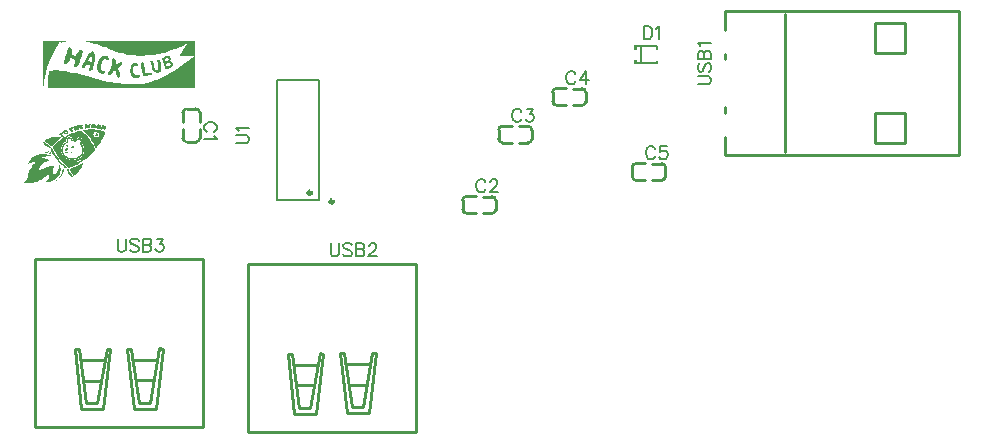
<source format=gto>
G04 Layer: TopSilkscreenLayer*
G04 EasyEDA v6.5.44, 2024-07-15 21:32:29*
G04 Gerber Generator version 0.2*
G04 Scale: 100 percent, Rotated: No, Reflected: No *
G04 Dimensions in millimeters *
G04 leading zeros omitted , absolute positions ,4 integer and 5 decimal *
%FSLAX45Y45*%
%MOMM*%

%ADD10C,0.1524*%
%ADD11C,0.2540*%
%ADD12C,0.1520*%
%ADD13C,0.3000*%

%LPD*%
G36*
X698449Y6992467D02*
G01*
X698550Y6596532D01*
X700074Y6612534D01*
X701903Y6628384D01*
X706221Y6657238D01*
X709422Y6674866D01*
X713130Y6692900D01*
X717194Y6710578D01*
X721207Y6726377D01*
X727252Y6747713D01*
X733348Y6766814D01*
X738632Y6781901D01*
X746302Y6802881D01*
X755446Y6824929D01*
X762965Y6842201D01*
X771906Y6861708D01*
X781304Y6881215D01*
X796290Y6910628D01*
X813816Y6942683D01*
X823315Y6958787D01*
X830986Y6971030D01*
X835253Y6976770D01*
X838504Y6978853D01*
X843026Y6979310D01*
X845616Y6978040D01*
X846480Y6976059D01*
X846023Y6972960D01*
X846683Y6972960D01*
X853541Y6975856D01*
X865327Y6979869D01*
X879144Y6983679D01*
X890524Y6986168D01*
X903173Y6988352D01*
X920191Y6990588D01*
X934821Y6991756D01*
X949452Y6992315D01*
G37*
G36*
X1981352Y6992467D02*
G01*
X973836Y6992315D01*
X986840Y6991756D01*
X999032Y6990943D01*
X1018133Y6989114D01*
X1032764Y6987235D01*
X1047394Y6985050D01*
X1064514Y6982104D01*
X1084427Y6978091D01*
X1107998Y6972655D01*
X1135075Y6965391D01*
X1156716Y6958939D01*
X1186129Y6949440D01*
X1208786Y6941413D01*
X1227785Y6934301D01*
X1255115Y6923379D01*
X1284020Y6911086D01*
X1301089Y6904126D01*
X1324254Y6895795D01*
X1345387Y6889191D01*
X1369161Y6882688D01*
X1392123Y6877405D01*
X1409598Y6874052D01*
X1427073Y6871106D01*
X1440484Y6869277D01*
X1472590Y6865975D01*
X1499463Y6864350D01*
X1545386Y6864299D01*
X1578305Y6866331D01*
X1594967Y6867804D01*
X1611223Y6869582D01*
X1642110Y6874052D01*
X1657146Y6876643D01*
X1678279Y6880809D01*
X1700631Y6885838D01*
X1719783Y6890664D01*
X1743354Y6897166D01*
X1765706Y6904075D01*
X1782775Y6909765D01*
X1801875Y6916623D01*
X1820570Y6923735D01*
X1836826Y6930390D01*
X1858772Y6940042D01*
X1878685Y6949287D01*
X1900834Y6960717D01*
X1907946Y6964578D01*
X1909927Y6963918D01*
X1911553Y6961936D01*
X1858568Y6868617D01*
X1858568Y6866737D01*
X1860397Y6865569D01*
X1976323Y6865569D01*
X1977694Y6864197D01*
X1977694Y6862724D01*
X1970125Y6856171D01*
X1940102Y6831888D01*
X1925828Y6820865D01*
X1897786Y6799884D01*
X1867712Y6778294D01*
X1840484Y6759803D01*
X1827479Y6751320D01*
X1789277Y6727393D01*
X1768551Y6715252D01*
X1732788Y6695592D01*
X1713687Y6685838D01*
X1695246Y6676948D01*
X1675028Y6667804D01*
X1656334Y6659930D01*
X1643329Y6654749D01*
X1628698Y6649364D01*
X1602689Y6640830D01*
X1587246Y6636410D01*
X1568500Y6631736D01*
X1548028Y6627622D01*
X1531569Y6625132D01*
X1517345Y6623608D01*
X1505966Y6622694D01*
X1453489Y6622694D01*
X1416710Y6624320D01*
X1392529Y6625793D01*
X1369771Y6627672D01*
X1341323Y6630568D01*
X1315770Y6633870D01*
X1300276Y6636105D01*
X1275892Y6640118D01*
X1248206Y6645249D01*
X1208786Y6653682D01*
X1156766Y6666534D01*
X1066952Y6690817D01*
X1033170Y6699656D01*
X976172Y6713677D01*
X940511Y6721754D01*
X915720Y6726885D01*
X889304Y6731660D01*
X863295Y6735368D01*
X847852Y6736994D01*
X824636Y6738823D01*
X789279Y6738874D01*
X775868Y6737908D01*
X758393Y6736130D01*
X750366Y6735064D01*
X749757Y6734454D01*
X746810Y6720484D01*
X744372Y6707428D01*
X741172Y6687007D01*
X738276Y6663842D01*
X736701Y6646570D01*
X735431Y6628942D01*
X734669Y6610908D01*
X734618Y6586423D01*
X1981352Y6586423D01*
G37*
G36*
X921867Y6935063D02*
G01*
X917752Y6935012D01*
X914552Y6934352D01*
X910336Y6932168D01*
X906119Y6928103D01*
X903274Y6922668D01*
X898906Y6902145D01*
X895248Y6887057D01*
X889965Y6867956D01*
X884986Y6852158D01*
X880059Y6837781D01*
X876553Y6829704D01*
X873658Y6821271D01*
X871982Y6814261D01*
X871474Y6806488D01*
X872490Y6801408D01*
X873912Y6798411D01*
X876706Y6795566D01*
X880770Y6793839D01*
X886307Y6793839D01*
X891336Y6795008D01*
X897331Y6797700D01*
X902208Y6800951D01*
X907796Y6806082D01*
X911352Y6810959D01*
X920292Y6826402D01*
X928217Y6840626D01*
X929944Y6840321D01*
X969873Y6826402D01*
X967943Y6816445D01*
X964285Y6799935D01*
X960983Y6787794D01*
X960526Y6778955D01*
X961796Y6774738D01*
X963879Y6771436D01*
X966520Y6769658D01*
X970432Y6768490D01*
X973582Y6768490D01*
X977900Y6769303D01*
X982167Y6771030D01*
X986434Y6773570D01*
X991260Y6777837D01*
X994867Y6782257D01*
X997966Y6787845D01*
X1010208Y6822338D01*
X1017219Y6842963D01*
X1023975Y6864299D01*
X1028598Y6880809D01*
X1031748Y6894068D01*
X1032967Y6898081D01*
X1032967Y6902196D01*
X1031798Y6906412D01*
X1029766Y6909968D01*
X1025702Y6913778D01*
X1020267Y6916064D01*
X1014425Y6916420D01*
X1009700Y6915150D01*
X1006348Y6913270D01*
X1002995Y6910831D01*
X998931Y6905853D01*
X987145Y6884873D01*
X975360Y6861505D01*
X953719Y6868972D01*
X940714Y6874002D01*
X940714Y6878116D01*
X943102Y6887565D01*
X943864Y6892950D01*
X943152Y6901434D01*
X941882Y6909155D01*
X939850Y6916369D01*
X937869Y6921144D01*
X934567Y6926884D01*
X930046Y6931406D01*
X926490Y6933641D01*
G37*
G36*
X1115009Y6899757D02*
G01*
X1112062Y6899706D01*
X1106779Y6898436D01*
X1100734Y6895541D01*
X1093622Y6889445D01*
X1088694Y6882892D01*
X1062990Y6839102D01*
X1051397Y6819900D01*
X1075182Y6819900D01*
X1106322Y6860997D01*
X1107186Y6861505D01*
X1108811Y6861352D01*
X1110843Y6857644D01*
X1110792Y6838899D01*
X1109319Y6826910D01*
X1107541Y6815226D01*
X1107186Y6814870D01*
X1075486Y6819696D01*
X1075182Y6819900D01*
X1051397Y6819900D01*
X1027277Y6780428D01*
X1024026Y6774535D01*
X1022705Y6769760D01*
X1023112Y6764934D01*
X1025194Y6760768D01*
X1029004Y6758584D01*
X1032662Y6758076D01*
X1037793Y6759346D01*
X1043787Y6762902D01*
X1050747Y6769455D01*
X1055370Y6775094D01*
X1059688Y6781546D01*
X1062380Y6786118D01*
X1064107Y6786118D01*
X1094740Y6782968D01*
X1095146Y6782612D01*
X1089914Y6768134D01*
X1084122Y6751015D01*
X1084021Y6744004D01*
X1086307Y6739737D01*
X1089456Y6737705D01*
X1093165Y6736740D01*
X1098804Y6737146D01*
X1105560Y6740093D01*
X1110183Y6743446D01*
X1115110Y6748830D01*
X1117904Y6753961D01*
X1122324Y6767931D01*
X1126032Y6782663D01*
X1129284Y6797751D01*
X1132128Y6815023D01*
X1134770Y6839254D01*
X1134821Y6863181D01*
X1133754Y6872376D01*
X1132179Y6881114D01*
X1130909Y6885584D01*
X1127607Y6890766D01*
X1123848Y6895541D01*
X1121054Y6898335D01*
X1117955Y6899757D01*
G37*
G36*
X1220571Y6864451D02*
G01*
X1210411Y6863384D01*
X1205534Y6862114D01*
X1197406Y6858711D01*
X1190904Y6854291D01*
X1183589Y6847382D01*
X1179017Y6841845D01*
X1173480Y6833768D01*
X1167942Y6823456D01*
X1163167Y6812432D01*
X1159865Y6803186D01*
X1157020Y6793331D01*
X1155395Y6783019D01*
X1154430Y6771995D01*
X1154887Y6757263D01*
X1156208Y6748830D01*
X1158240Y6740753D01*
X1161135Y6733743D01*
X1163574Y6729323D01*
X1167587Y6724091D01*
X1173022Y6719316D01*
X1177899Y6716369D01*
X1182928Y6714083D01*
X1189228Y6712153D01*
X1197000Y6710781D01*
X1203502Y6710324D01*
X1211376Y6713220D01*
X1216050Y6715709D01*
X1221028Y6720128D01*
X1222857Y6723684D01*
X1223619Y6727291D01*
X1222756Y6731508D01*
X1220825Y6734911D01*
X1218438Y6736740D01*
X1205941Y6737197D01*
X1201166Y6738366D01*
X1195527Y6741007D01*
X1191260Y6745325D01*
X1188567Y6750253D01*
X1186535Y6757263D01*
X1186129Y6771843D01*
X1187551Y6782257D01*
X1189939Y6790740D01*
X1195273Y6805320D01*
X1199286Y6814261D01*
X1204569Y6823456D01*
X1209192Y6829247D01*
X1214120Y6833412D01*
X1218539Y6835546D01*
X1224838Y6835851D01*
X1228902Y6834682D01*
X1235354Y6828586D01*
X1240383Y6825894D01*
X1244447Y6825386D01*
X1248206Y6826351D01*
X1252778Y6830466D01*
X1254302Y6834479D01*
X1254252Y6842201D01*
X1252474Y6848094D01*
X1249172Y6853631D01*
X1245412Y6857593D01*
X1240485Y6860895D01*
X1235354Y6862978D01*
X1230731Y6864096D01*
G37*
G36*
X1752295Y6862216D02*
G01*
X1745792Y6861149D01*
X1735632Y6858203D01*
X1721815Y6852107D01*
X1713280Y6847433D01*
X1708657Y6844284D01*
X1706168Y6840829D01*
X1705660Y6838289D01*
X1705985Y6835546D01*
X1725218Y6835546D01*
X1725574Y6836359D01*
X1741728Y6841337D01*
X1747012Y6842353D01*
X1752803Y6842150D01*
X1755952Y6840677D01*
X1758543Y6837222D01*
X1759457Y6833209D01*
X1758137Y6828637D01*
X1755749Y6825234D01*
X1750669Y6820814D01*
X1743049Y6816242D01*
X1736191Y6813245D01*
X1735429Y6813905D01*
X1725218Y6835546D01*
X1705985Y6835546D01*
X1706168Y6833971D01*
X1719219Y6795160D01*
X1739595Y6795160D01*
X1740865Y6796481D01*
X1752295Y6801561D01*
X1760016Y6803390D01*
X1766671Y6803440D01*
X1771091Y6801916D01*
X1774698Y6799072D01*
X1777492Y6794093D01*
X1777746Y6787946D01*
X1775206Y6783222D01*
X1769262Y6778244D01*
X1761286Y6774230D01*
X1746656Y6768846D01*
X1746453Y6769049D01*
X1739595Y6795160D01*
X1719219Y6795160D01*
X1727250Y6770522D01*
X1732178Y6753504D01*
X1735429Y6752285D01*
X1743760Y6752285D01*
X1751075Y6753453D01*
X1762048Y6757162D01*
X1772818Y6761937D01*
X1781352Y6767068D01*
X1787499Y6772300D01*
X1791004Y6776364D01*
X1793493Y6780428D01*
X1795322Y6785965D01*
X1795322Y6792569D01*
X1793189Y6800392D01*
X1790039Y6806996D01*
X1786229Y6812178D01*
X1781098Y6816496D01*
X1775460Y6819138D01*
X1770735Y6820103D01*
X1774799Y6829348D01*
X1777034Y6835952D01*
X1776984Y6844436D01*
X1775256Y6850278D01*
X1772208Y6855815D01*
X1766925Y6860641D01*
X1761642Y6862013D01*
G37*
G36*
X1291742Y6842455D02*
G01*
X1287475Y6840474D01*
X1284986Y6837781D01*
X1283055Y6834124D01*
X1280972Y6826402D01*
X1279753Y6816852D01*
X1278890Y6800646D01*
X1278077Y6791096D01*
X1276858Y6782663D01*
X1275181Y6774942D01*
X1272743Y6766102D01*
X1269441Y6756908D01*
X1264666Y6745833D01*
X1257503Y6732625D01*
X1247190Y6715201D01*
X1245057Y6710172D01*
X1244955Y6703568D01*
X1246784Y6700520D01*
X1249222Y6698691D01*
X1252220Y6697776D01*
X1257960Y6698132D01*
X1264361Y6700824D01*
X1269695Y6704228D01*
X1275283Y6709054D01*
X1281277Y6715709D01*
X1285900Y6722160D01*
X1289862Y6729882D01*
X1295095Y6742531D01*
X1296111Y6745681D01*
X1306677Y6746798D01*
X1306880Y6746595D01*
X1311402Y6727850D01*
X1315110Y6711035D01*
X1318768Y6691426D01*
X1321612Y6686194D01*
X1326337Y6682231D01*
X1330909Y6680250D01*
X1335176Y6679387D01*
X1339697Y6679793D01*
X1343456Y6681317D01*
X1346657Y6684162D01*
X1349248Y6688226D01*
X1350975Y6694017D01*
X1351026Y6702450D01*
X1349603Y6709460D01*
X1346352Y6721500D01*
X1341831Y6734098D01*
X1336751Y6746240D01*
X1332941Y6753047D01*
X1329080Y6756704D01*
X1334719Y6761683D01*
X1347724Y6774535D01*
X1355242Y6782663D01*
X1362202Y6791299D01*
X1365808Y6797802D01*
X1366824Y6803186D01*
X1366367Y6807047D01*
X1364996Y6809638D01*
X1362354Y6811162D01*
X1358747Y6811162D01*
X1354328Y6809943D01*
X1349451Y6807708D01*
X1343355Y6803999D01*
X1337665Y6799986D01*
X1325880Y6790740D01*
X1312570Y6778955D01*
X1307490Y6773214D01*
X1309319Y6781546D01*
X1311402Y6793687D01*
X1312722Y6803593D01*
X1313129Y6822338D01*
X1311859Y6827875D01*
X1308150Y6834682D01*
X1302664Y6839712D01*
X1297228Y6842150D01*
G37*
G36*
X1669338Y6833616D02*
G01*
X1666900Y6832396D01*
X1664766Y6830568D01*
X1662582Y6826148D01*
X1661668Y6821424D01*
X1662633Y6815328D01*
X1667510Y6799224D01*
X1670354Y6782663D01*
X1671574Y6773824D01*
X1672539Y6762800D01*
X1672082Y6751726D01*
X1670354Y6745986D01*
X1668525Y6742938D01*
X1664665Y6740601D01*
X1660042Y6739737D01*
X1655521Y6740601D01*
X1652371Y6742074D01*
X1648409Y6745427D01*
X1646021Y6749897D01*
X1642364Y6759702D01*
X1638655Y6771589D01*
X1632153Y6796633D01*
X1628952Y6808012D01*
X1626870Y6813803D01*
X1624787Y6817715D01*
X1621180Y6821373D01*
X1617675Y6822897D01*
X1613509Y6822897D01*
X1611426Y6822186D01*
X1607870Y6819239D01*
X1605940Y6815378D01*
X1606042Y6807301D01*
X1608632Y6795871D01*
X1615541Y6773468D01*
X1622806Y6751370D01*
X1625193Y6745731D01*
X1628190Y6740347D01*
X1631492Y6735927D01*
X1638452Y6729425D01*
X1644040Y6726123D01*
X1649018Y6724091D01*
X1654302Y6722567D01*
X1661617Y6721348D01*
X1673809Y6721703D01*
X1679092Y6723227D01*
X1683257Y6725412D01*
X1687779Y6729171D01*
X1691182Y6733997D01*
X1692808Y6737400D01*
X1695196Y6743649D01*
X1697685Y6752488D01*
X1698142Y6763003D01*
X1697177Y6773468D01*
X1694738Y6788912D01*
X1691132Y6805066D01*
X1687575Y6817918D01*
X1683715Y6824878D01*
X1680972Y6828281D01*
X1677009Y6831685D01*
X1673504Y6833260D01*
G37*
G36*
X1538427Y6811518D02*
G01*
X1537258Y6811467D01*
X1534007Y6810146D01*
X1531416Y6807657D01*
X1528978Y6803440D01*
X1527556Y6797751D01*
X1528114Y6786676D01*
X1529740Y6773824D01*
X1536242Y6732270D01*
X1539087Y6707631D01*
X1540764Y6697319D01*
X1541576Y6694271D01*
X1543354Y6692798D01*
X1547774Y6691630D01*
X1557985Y6691630D01*
X1568145Y6692696D01*
X1577086Y6694220D01*
X1591614Y6697218D01*
X1605940Y6700774D01*
X1614424Y6703415D01*
X1617726Y6705142D01*
X1620316Y6707631D01*
X1622094Y6710781D01*
X1622450Y6713880D01*
X1620824Y6716217D01*
X1617624Y6718046D01*
X1612849Y6719366D01*
X1605534Y6719316D01*
X1595374Y6716623D01*
X1585214Y6714744D01*
X1569364Y6712966D01*
X1564132Y6713677D01*
X1562100Y6715048D01*
X1561134Y6718401D01*
X1560220Y6726732D01*
X1559001Y6746595D01*
X1558137Y6757263D01*
X1556918Y6768287D01*
X1554937Y6779971D01*
X1552549Y6788505D01*
X1550822Y6796176D01*
X1548384Y6802881D01*
X1545894Y6806895D01*
X1543151Y6809943D01*
X1539646Y6811518D01*
G37*
G36*
X1477518Y6804914D02*
G01*
X1472590Y6804812D01*
X1469034Y6804152D01*
X1464868Y6802932D01*
X1459992Y6800748D01*
X1453337Y6796786D01*
X1448765Y6792214D01*
X1445006Y6787032D01*
X1441399Y6780072D01*
X1438706Y6772656D01*
X1436725Y6763867D01*
X1435252Y6754317D01*
X1435252Y6732270D01*
X1436268Y6724192D01*
X1437843Y6715709D01*
X1439570Y6709460D01*
X1442415Y6701739D01*
X1446326Y6694373D01*
X1450390Y6688836D01*
X1455877Y6683502D01*
X1460398Y6680352D01*
X1464157Y6678422D01*
X1468526Y6676796D01*
X1474216Y6675424D01*
X1484782Y6674967D01*
X1493977Y6676186D01*
X1501394Y6678371D01*
X1507185Y6681114D01*
X1512519Y6685940D01*
X1514805Y6690309D01*
X1515668Y6694931D01*
X1514703Y6700012D01*
X1513281Y6702704D01*
X1510030Y6704126D01*
X1507083Y6704584D01*
X1502308Y6703669D01*
X1491335Y6700418D01*
X1484325Y6699961D01*
X1478991Y6701586D01*
X1475435Y6703720D01*
X1470863Y6707987D01*
X1467104Y6713118D01*
X1463090Y6720484D01*
X1460246Y6728206D01*
X1458214Y6737400D01*
X1457248Y6748932D01*
X1458214Y6758431D01*
X1460144Y6765747D01*
X1462379Y6770522D01*
X1465529Y6774992D01*
X1469593Y6778447D01*
X1474927Y6780733D01*
X1478330Y6781088D01*
X1482953Y6780225D01*
X1488338Y6776872D01*
X1493723Y6774586D01*
X1498244Y6774332D01*
X1501038Y6775703D01*
X1502562Y6778345D01*
X1502968Y6782257D01*
X1501698Y6787591D01*
X1499108Y6792569D01*
X1490065Y6800748D01*
X1482344Y6804101D01*
G37*
G36*
X1128471Y6286754D02*
G01*
X1118514Y6286652D01*
X1116685Y6286347D01*
X1112367Y6284976D01*
X1109624Y6283401D01*
X1106728Y6281064D01*
X1104544Y6278067D01*
X1102614Y6273749D01*
X1102563Y6263233D01*
X1103365Y6261252D01*
X1117447Y6261252D01*
X1117447Y6266535D01*
X1119073Y6269278D01*
X1121765Y6270599D01*
X1124508Y6270650D01*
X1127302Y6269329D01*
X1128979Y6266891D01*
X1128928Y6261811D01*
X1127302Y6258966D01*
X1125067Y6256832D01*
X1122629Y6256121D01*
X1120546Y6256782D01*
X1119022Y6258153D01*
X1117447Y6261252D01*
X1103365Y6261252D01*
X1104341Y6258966D01*
X1106170Y6255969D01*
X1108862Y6252819D01*
X1112367Y6250381D01*
X1115009Y6248958D01*
X1120343Y6247638D01*
X1126744Y6247638D01*
X1130808Y6248704D01*
X1134821Y6250533D01*
X1138682Y6253632D01*
X1141476Y6257086D01*
X1143254Y6260592D01*
X1144778Y6264910D01*
X1144778Y6272580D01*
X1143152Y6277051D01*
X1140815Y6280404D01*
X1137005Y6283502D01*
X1132890Y6285382D01*
G37*
G36*
X1083360Y6286398D02*
G01*
X1081582Y6285484D01*
X1079093Y6280962D01*
X1075486Y6275374D01*
X1074420Y6274257D01*
X1072896Y6274917D01*
X1066444Y6283299D01*
X1064564Y6285179D01*
X1048156Y6283756D01*
X1047750Y6282232D01*
X1048816Y6278930D01*
X1051255Y6267196D01*
X1054303Y6249517D01*
X1055065Y6247536D01*
X1061669Y6247942D01*
X1064463Y6248552D01*
X1065072Y6249416D01*
X1064056Y6257188D01*
X1064412Y6258052D01*
X1065987Y6257696D01*
X1075334Y6248908D01*
X1076198Y6248908D01*
X1081989Y6255664D01*
X1084732Y6259169D01*
X1086256Y6258966D01*
X1086662Y6250432D01*
X1087221Y6249568D01*
X1096162Y6249568D01*
X1096975Y6250482D01*
X1097330Y6260287D01*
X1099108Y6282283D01*
X1098143Y6283655D01*
X1090269Y6285433D01*
G37*
G36*
X1166114Y6282436D02*
G01*
X1162659Y6282385D01*
X1157986Y6281216D01*
X1155446Y6279997D01*
X1151991Y6277813D01*
X1149096Y6274308D01*
X1147724Y6271463D01*
X1146098Y6266891D01*
X1146454Y6258610D01*
X1146831Y6257645D01*
X1160627Y6257645D01*
X1161034Y6261049D01*
X1162507Y6264148D01*
X1164437Y6265519D01*
X1165910Y6265976D01*
X1167028Y6266027D01*
X1170279Y6265316D01*
X1172210Y6263640D01*
X1173022Y6260490D01*
X1172311Y6256832D01*
X1171194Y6254851D01*
X1169060Y6252667D01*
X1166164Y6251498D01*
X1164285Y6251905D01*
X1162100Y6253683D01*
X1160627Y6257645D01*
X1146831Y6257645D01*
X1148080Y6254394D01*
X1149553Y6251702D01*
X1152093Y6248755D01*
X1155090Y6246215D01*
X1160881Y6243726D01*
X1165148Y6243015D01*
X1170432Y6243015D01*
X1174242Y6243726D01*
X1179322Y6246114D01*
X1185164Y6251397D01*
X1187754Y6255969D01*
X1189431Y6261252D01*
X1189431Y6267805D01*
X1187653Y6272123D01*
X1184859Y6275882D01*
X1181557Y6278473D01*
X1175613Y6281115D01*
X1169568Y6282436D01*
G37*
G36*
X1031341Y6281470D02*
G01*
X1028344Y6281420D01*
X1013155Y6278778D01*
X999591Y6276086D01*
X998728Y6275628D01*
X1002792Y6264198D01*
X1009802Y6241948D01*
X1011072Y6240576D01*
X1024737Y6243269D01*
X1032764Y6244640D01*
X1034287Y6244640D01*
X1035354Y6246114D01*
X1036167Y6250584D01*
X1035659Y6252260D01*
X1024940Y6250178D01*
X1024178Y6251905D01*
X1024178Y6253734D01*
X1025093Y6254851D01*
X1032560Y6255461D01*
X1033068Y6255867D01*
X1033475Y6261252D01*
X1032865Y6262827D01*
X1030884Y6262319D01*
X1023721Y6261201D01*
X1022400Y6262420D01*
X1022400Y6265316D01*
X1024737Y6265976D01*
X1031900Y6266738D01*
X1032865Y6267094D01*
X1032865Y6271768D01*
X1032154Y6280607D01*
G37*
G36*
X1195120Y6275984D02*
G01*
X1194460Y6274409D01*
X1193596Y6268313D01*
X1188974Y6243828D01*
X1188262Y6241288D01*
X1188872Y6239865D01*
X1196746Y6238036D01*
X1197965Y6238443D01*
X1201674Y6249568D01*
X1202588Y6249568D01*
X1209141Y6243167D01*
X1214170Y6237528D01*
X1217930Y6232804D01*
X1219708Y6232804D01*
X1219758Y6233972D01*
X1227632Y6253022D01*
X1230274Y6258610D01*
X1229918Y6266434D01*
X1228598Y6268059D01*
X1224330Y6269329D01*
X1222806Y6269126D01*
X1221943Y6266840D01*
X1220978Y6262878D01*
X1219250Y6262878D01*
X1211529Y6272123D01*
X1209040Y6273241D01*
X1198524Y6275578D01*
G37*
G36*
X996594Y6274917D02*
G01*
X993241Y6274866D01*
X976680Y6270548D01*
X975969Y6269075D01*
X983284Y6249822D01*
X983284Y6248908D01*
X980948Y6247638D01*
X977341Y6246926D01*
X976376Y6247790D01*
X970787Y6267500D01*
X970178Y6268313D01*
X968552Y6268313D01*
X955954Y6264656D01*
X950315Y6262674D01*
X950315Y6261303D01*
X955751Y6250584D01*
X965708Y6229197D01*
X967435Y6229197D01*
X980389Y6233210D01*
X980389Y6234785D01*
X978103Y6242354D01*
X978865Y6243066D01*
X981557Y6240373D01*
X982471Y6240373D01*
X984656Y6241999D01*
X985723Y6241999D01*
X986485Y6241186D01*
X987348Y6238240D01*
X988771Y6235700D01*
X991412Y6236055D01*
X1002182Y6238697D01*
X1003553Y6239916D01*
X997051Y6271768D01*
X997051Y6273850D01*
G37*
G36*
X947267Y6261760D02*
G01*
X946505Y6261658D01*
X939901Y6259118D01*
X939444Y6259118D01*
X921156Y6252108D01*
X914653Y6249263D01*
X913130Y6248095D01*
X912672Y6246723D01*
X919378Y6235446D01*
X921105Y6235446D01*
X922274Y6236360D01*
X925880Y6238087D01*
X927049Y6238087D01*
X928166Y6236919D01*
X938326Y6219494D01*
X940053Y6219291D01*
X948690Y6222644D01*
X951230Y6223863D01*
X951484Y6224930D01*
X944575Y6243980D01*
X945184Y6245555D01*
X952500Y6247587D01*
X952500Y6249619D01*
X949045Y6259677D01*
X948842Y6260744D01*
G37*
G36*
X1115618Y6240068D02*
G01*
X1087729Y6239967D01*
X1071829Y6239103D01*
X1067460Y6238443D01*
X1059484Y6237732D01*
X1047343Y6235801D01*
X1035507Y6233464D01*
X1034237Y6232601D01*
X1034745Y6230670D01*
X1057402Y6210300D01*
X1067409Y6200444D01*
X1075602Y6191554D01*
X1119327Y6191554D01*
X1119581Y6196736D01*
X1121003Y6197650D01*
X1127709Y6197650D01*
X1128826Y6198666D01*
X1128115Y6213297D01*
X1129284Y6214821D01*
X1151839Y6214516D01*
X1158748Y6212789D01*
X1162659Y6210706D01*
X1164386Y6209334D01*
X1167485Y6205677D01*
X1169060Y6202629D01*
X1170178Y6199124D01*
X1170889Y6195822D01*
X1170533Y6189929D01*
X1168958Y6185509D01*
X1166012Y6180734D01*
X1161948Y6176924D01*
X1158951Y6175298D01*
X1155090Y6174028D01*
X1150772Y6173317D01*
X1129538Y6173317D01*
X1128115Y6174638D01*
X1128826Y6189065D01*
X1127404Y6189776D01*
X1120902Y6189776D01*
X1119327Y6191554D01*
X1075602Y6191554D01*
X1081836Y6184646D01*
X1090523Y6174181D01*
X1098702Y6163614D01*
X1105560Y6154064D01*
X1116820Y6136233D01*
X1151940Y6136233D01*
X1153972Y6139942D01*
X1156462Y6143244D01*
X1167231Y6155385D01*
X1176680Y6167983D01*
X1178509Y6170828D01*
X1180033Y6171946D01*
X1180795Y6171336D01*
X1179525Y6169304D01*
X1179525Y6168644D01*
X1174546Y6159652D01*
X1167587Y6148476D01*
X1163421Y6142736D01*
X1159052Y6138265D01*
X1155801Y6135928D01*
X1153464Y6134862D01*
X1152398Y6134862D01*
X1151940Y6136233D01*
X1116820Y6136233D01*
X1124559Y6122009D01*
X1129538Y6112154D01*
X1135684Y6098540D01*
X1139952Y6087668D01*
X1142593Y6080302D01*
X1144930Y6080302D01*
X1150112Y6085230D01*
X1153464Y6089802D01*
X1153464Y6090361D01*
X1173734Y6118402D01*
X1179931Y6127597D01*
X1184300Y6134709D01*
X1186688Y6137960D01*
X1201216Y6163818D01*
X1201216Y6164173D01*
X1204112Y6169761D01*
X1204112Y6170117D01*
X1207008Y6175857D01*
X1207008Y6176365D01*
X1211376Y6184849D01*
X1213764Y6190589D01*
X1216812Y6198819D01*
X1217980Y6206337D01*
X1218336Y6215583D01*
X1216761Y6219190D01*
X1214272Y6221933D01*
X1208684Y6224828D01*
X1201775Y6227470D01*
X1193088Y6229858D01*
X1181150Y6232448D01*
X1157071Y6236766D01*
X1154734Y6236766D01*
X1148537Y6237732D01*
X1130452Y6239357D01*
G37*
G36*
X886409Y6236055D02*
G01*
X882091Y6235242D01*
X878078Y6233414D01*
X875182Y6231585D01*
X872591Y6229350D01*
X870000Y6226403D01*
X868222Y6222796D01*
X867308Y6217767D01*
X868118Y6213500D01*
X885139Y6213500D01*
X885139Y6217056D01*
X887526Y6219342D01*
X890422Y6220256D01*
X892556Y6219901D01*
X895146Y6218174D01*
X896823Y6216040D01*
X897839Y6212586D01*
X897839Y6210147D01*
X896670Y6207556D01*
X894943Y6206540D01*
X892200Y6206540D01*
X888949Y6208420D01*
X887018Y6210300D01*
X885139Y6213500D01*
X868118Y6213500D01*
X869746Y6209639D01*
X874623Y6203289D01*
X879195Y6200038D01*
X883869Y6198057D01*
X886764Y6197193D01*
X894740Y6197244D01*
X899820Y6199022D01*
X904189Y6201867D01*
X906830Y6204356D01*
X909777Y6209690D01*
X910590Y6214922D01*
X910082Y6220460D01*
X908202Y6225438D01*
X905256Y6229959D01*
X901039Y6233769D01*
X896213Y6235954D01*
G37*
G36*
X1018895Y6229858D02*
G01*
X1018489Y6229502D01*
X1006602Y6227064D01*
X990498Y6222949D01*
X977646Y6219342D01*
X964641Y6215380D01*
X955954Y6212484D01*
X940358Y6206744D01*
X926592Y6201308D01*
X901649Y6190030D01*
X897534Y6187948D01*
X896569Y6187236D01*
X880262Y6178651D01*
X869492Y6172250D01*
X858926Y6165596D01*
X841095Y6153404D01*
X830681Y6145580D01*
X827430Y6142786D01*
X824128Y6140348D01*
X810412Y6128461D01*
X784656Y6103467D01*
X780237Y6097879D01*
X778154Y6094577D01*
X778154Y6088684D01*
X780491Y6082893D01*
X788630Y6067907D01*
X847902Y6067907D01*
X849325Y6083096D01*
X850290Y6086703D01*
X851204Y6091631D01*
X854710Y6099860D01*
X855167Y6102045D01*
X856894Y6104331D01*
X858316Y6107734D01*
X859637Y6110020D01*
X861974Y6112916D01*
X861974Y6113830D01*
X863396Y6117640D01*
X866343Y6122060D01*
X867054Y6123736D01*
X869391Y6126378D01*
X874776Y6131255D01*
X877011Y6132322D01*
X880719Y6134862D01*
X884275Y6135928D01*
X891692Y6140348D01*
X893978Y6141974D01*
X894080Y6161328D01*
X894892Y6166256D01*
X895959Y6170320D01*
X898550Y6173419D01*
X898550Y6174536D01*
X903833Y6179058D01*
X907694Y6181598D01*
X914298Y6182461D01*
X921156Y6182156D01*
X924255Y6181801D01*
X926592Y6180226D01*
X929894Y6178651D01*
X937463Y6171844D01*
X941984Y6166561D01*
X945032Y6162649D01*
X949401Y6156198D01*
X951026Y6154318D01*
X955598Y6153861D01*
X967994Y6151575D01*
X971854Y6154724D01*
X977646Y6160770D01*
X984351Y6167120D01*
X984351Y6167628D01*
X988364Y6170117D01*
X988364Y6170574D01*
X995171Y6175197D01*
X1002284Y6177280D01*
X1010259Y6177280D01*
X1014730Y6175959D01*
X1018235Y6174333D01*
X1021892Y6170828D01*
X1025906Y6165240D01*
X1027023Y6163310D01*
X1028446Y6157722D01*
X1028903Y6153861D01*
X1029969Y6151981D01*
X1029969Y6132525D01*
X1028953Y6131052D01*
X1027125Y6122212D01*
X1027734Y6119723D01*
X1030274Y6117183D01*
X1030782Y6115608D01*
X1033170Y6112560D01*
X1034237Y6110681D01*
X1034796Y6108395D01*
X1037183Y6105702D01*
X1039368Y6098540D01*
X1040841Y6095898D01*
X1040841Y6094730D01*
X1041501Y6093561D01*
X1042720Y6087008D01*
X1044600Y6082080D01*
X1044600Y6053480D01*
X1042263Y6047232D01*
X1041653Y6042609D01*
X1040942Y6041339D01*
X1040434Y6038545D01*
X1039723Y6038138D01*
X1038047Y6035090D01*
X1037183Y6031839D01*
X1035151Y6029147D01*
X1032865Y6024270D01*
X1030986Y6022594D01*
X1029665Y6019800D01*
X1026515Y6016650D01*
X1023264Y6012484D01*
X1013460Y6003544D01*
X1005179Y5997448D01*
X1001928Y5995670D01*
X999388Y5993942D01*
X995426Y5991809D01*
X992581Y5989980D01*
X989177Y5989269D01*
X985266Y5987186D01*
X980389Y5985611D01*
X979169Y5985611D01*
X975207Y5983884D01*
X964285Y5981903D01*
X951230Y5980582D01*
X936396Y5980938D01*
X918260Y5983732D01*
X913892Y5985611D01*
X912774Y5985611D01*
X907084Y5987288D01*
X905967Y5988151D01*
X902919Y5989574D01*
X901953Y5989574D01*
X898398Y5991656D01*
X893673Y5993892D01*
X891133Y5995670D01*
X887882Y5997448D01*
X878078Y6004610D01*
X869391Y6012840D01*
X866851Y6015939D01*
X863752Y6019190D01*
X861263Y6023914D01*
X859942Y6025235D01*
X858012Y6028740D01*
X858012Y6029401D01*
X855167Y6033770D01*
X854710Y6036056D01*
X851103Y6043218D01*
X851103Y6045403D01*
X849325Y6053175D01*
X848563Y6058763D01*
X847902Y6067907D01*
X788630Y6067907D01*
X794359Y6056630D01*
X802233Y6041999D01*
X814933Y6021273D01*
X821639Y6011418D01*
X828446Y6001867D01*
X839317Y5988100D01*
X853541Y5971794D01*
X864717Y5960110D01*
X872639Y5952896D01*
X962456Y5952896D01*
X962456Y5953709D01*
X964844Y5955995D01*
X985977Y5968695D01*
X1006856Y5982817D01*
X1020826Y5993028D01*
X1029766Y5999886D01*
X1050798Y6017006D01*
X1069289Y6033109D01*
X1070203Y6034278D01*
X1071626Y6034278D01*
X1071626Y6033312D01*
X1071067Y6033109D01*
X1067816Y6029502D01*
X1062380Y6024219D01*
X1054506Y6016040D01*
X1041146Y6003036D01*
X1024788Y5988507D01*
X1006957Y5975197D01*
X989837Y5964580D01*
X989330Y5964580D01*
X983894Y5961481D01*
X978763Y5958941D01*
X964437Y5952693D01*
X962456Y5952896D01*
X872639Y5952896D01*
X889667Y5937504D01*
X929640Y5937504D01*
X930351Y5939180D01*
X933500Y5940806D01*
X939647Y5942126D01*
X942238Y5942228D01*
X943051Y5941466D01*
X942238Y5939891D01*
X939901Y5938570D01*
X935685Y5937250D01*
X930605Y5936894D01*
X929640Y5937504D01*
X889667Y5937504D01*
X897940Y5930849D01*
X916178Y5917336D01*
X918514Y5916472D01*
X933856Y5921857D01*
X943457Y5925464D01*
X954836Y5930188D01*
X971499Y5937859D01*
X980948Y5942482D01*
X1002284Y5954115D01*
X1016406Y5962751D01*
X1030173Y5971794D01*
X1043584Y5981242D01*
X1058062Y5992317D01*
X1072692Y6004509D01*
X1087170Y6017209D01*
X1098245Y6027674D01*
X1125423Y6055156D01*
X1130096Y6060490D01*
X1133449Y6064656D01*
X1134618Y6066790D01*
X1134618Y6067501D01*
X1136243Y6070600D01*
X1136192Y6075832D01*
X1127353Y6095034D01*
X1127353Y6095492D01*
X1118616Y6114288D01*
X1113739Y6123533D01*
X1106322Y6136335D01*
X1102004Y6143244D01*
X1096467Y6151473D01*
X1087882Y6163310D01*
X1078230Y6175552D01*
X1066393Y6188913D01*
X1052169Y6203391D01*
X1037386Y6216548D01*
X1022350Y6228689D01*
X1020013Y6229858D01*
G37*
G36*
X860298Y6218377D02*
G01*
X856030Y6218275D01*
X854202Y6217970D01*
X844448Y6211874D01*
X832205Y6203543D01*
X828700Y6200495D01*
X828294Y6199327D01*
X829157Y6197803D01*
X837082Y6189726D01*
X838504Y6189014D01*
X844296Y6193485D01*
X845921Y6192570D01*
X850595Y6187948D01*
X860348Y6177584D01*
X861821Y6177584D01*
X872134Y6184544D01*
X872134Y6185204D01*
X860552Y6202426D01*
X860094Y6203594D01*
X862634Y6205778D01*
X865428Y6206947D01*
X867054Y6208268D01*
X867054Y6209334D01*
X862939Y6215837D01*
G37*
G36*
X1143508Y6206540D02*
G01*
X1141171Y6205575D01*
X1140409Y6204254D01*
X1140409Y6199327D01*
X1141120Y6197650D01*
X1147114Y6197650D01*
X1148740Y6196634D01*
X1148740Y6191199D01*
X1147064Y6189776D01*
X1141526Y6189776D01*
X1140307Y6188659D01*
X1140663Y6183426D01*
X1142390Y6182156D01*
X1150366Y6182360D01*
X1153007Y6183528D01*
X1155700Y6185966D01*
X1157427Y6188456D01*
X1158494Y6192215D01*
X1158494Y6196177D01*
X1157528Y6199835D01*
X1155649Y6202476D01*
X1152499Y6204813D01*
X1148943Y6206236D01*
G37*
G36*
X818743Y6179159D02*
G01*
X802081Y6178651D01*
X798068Y6177940D01*
X792632Y6177584D01*
X782167Y6175908D01*
X770178Y6173266D01*
X758240Y6170066D01*
X747014Y6166256D01*
X735076Y6161125D01*
X725322Y6156096D01*
X721309Y6153708D01*
X713536Y6148425D01*
X712063Y6146698D01*
X713130Y6144869D01*
X719429Y6137503D01*
X729538Y6126581D01*
X742797Y6114542D01*
X750519Y6108395D01*
X759714Y6101943D01*
X766368Y6097727D01*
X767842Y6097727D01*
X778154Y6109004D01*
X787552Y6118606D01*
X803249Y6133693D01*
X816914Y6145885D01*
X831392Y6157722D01*
X844448Y6167170D01*
X851916Y6173825D01*
X852982Y6175654D01*
X851814Y6176822D01*
X846582Y6177635D01*
X834288Y6178854D01*
G37*
G36*
X913942Y6178854D02*
G01*
X912469Y6178550D01*
X908710Y6177280D01*
X905967Y6175705D01*
X903376Y6173165D01*
X900785Y6169710D01*
X898956Y6164630D01*
X898245Y6160973D01*
X897839Y6152134D01*
X898398Y6139942D01*
X896569Y6138367D01*
X887221Y6132880D01*
X886917Y6132880D01*
X879195Y6128816D01*
X875487Y6126378D01*
X871321Y6122212D01*
X868680Y6117945D01*
X866241Y6112103D01*
X862279Y6105804D01*
X859536Y6100521D01*
X855218Y6089345D01*
X853694Y6083096D01*
X852220Y6074511D01*
X852271Y6067450D01*
X865073Y6067450D01*
X865073Y6077508D01*
X866292Y6081420D01*
X867410Y6086703D01*
X868476Y6090310D01*
X870813Y6095593D01*
X872896Y6099556D01*
X877519Y6107074D01*
X879449Y6112002D01*
X881278Y6115304D01*
X883412Y6117793D01*
X888237Y6120587D01*
X894587Y6123686D01*
X899109Y6126530D01*
X904900Y6129680D01*
X909777Y6131915D01*
X910945Y6133998D01*
X910945Y6142228D01*
X910285Y6153759D01*
X910793Y6160312D01*
X911860Y6164376D01*
X913434Y6166408D01*
X915009Y6167424D01*
X918260Y6167069D01*
X920800Y6165443D01*
X924610Y6162090D01*
X929132Y6156706D01*
X933703Y6150457D01*
X937666Y6143142D01*
X937666Y6142583D01*
X940816Y6139434D01*
X950468Y6139434D01*
X967892Y6135827D01*
X972972Y6135725D01*
X977290Y6138214D01*
X986942Y6147155D01*
X991768Y6152083D01*
X998931Y6158585D01*
X1003198Y6161430D01*
X1005789Y6162192D01*
X1008126Y6161786D01*
X1009599Y6160312D01*
X1011072Y6157671D01*
X1012190Y6153759D01*
X1012952Y6147511D01*
X1013358Y6141923D01*
X1012647Y6134354D01*
X1011123Y6127445D01*
X1009396Y6121704D01*
X1010412Y6116574D01*
X1012444Y6113221D01*
X1016508Y6107734D01*
X1020165Y6101181D01*
X1024128Y6092240D01*
X1027430Y6079134D01*
X1028192Y6072581D01*
X1028598Y6066993D01*
X1027430Y6056122D01*
X1024432Y6045250D01*
X1022248Y6040018D01*
X1017016Y6030722D01*
X1009650Y6021578D01*
X1001572Y6014161D01*
X996340Y6010605D01*
X995426Y6009792D01*
X987094Y6005068D01*
X979474Y6001613D01*
X970229Y5998768D01*
X956665Y5996127D01*
X947267Y5995670D01*
X935685Y5996178D01*
X931316Y5997092D01*
X928065Y5997498D01*
X922629Y5998819D01*
X913587Y6001664D01*
X904544Y6005779D01*
X895908Y6010960D01*
X890778Y6014770D01*
X885596Y6019292D01*
X876960Y6029502D01*
X872998Y6035751D01*
X871118Y6039358D01*
X870610Y6040983D01*
X870051Y6041644D01*
X868171Y6046571D01*
X866343Y6053074D01*
X866292Y6054496D01*
X865124Y6057442D01*
X865073Y6067450D01*
X852271Y6067450D01*
X852271Y6060389D01*
X853744Y6052159D01*
X855522Y6045250D01*
X856589Y6041999D01*
X859891Y6034430D01*
X862787Y6029147D01*
X866800Y6022898D01*
X875131Y6013043D01*
X883513Y6005474D01*
X893368Y5998768D01*
X899160Y5995517D01*
X905611Y5992571D01*
X913231Y5989624D01*
X921918Y5987135D01*
X926236Y5986221D01*
X937107Y5984595D01*
X951230Y5984240D01*
X961034Y5985306D01*
X966825Y5986170D01*
X971854Y5987288D01*
X977646Y5988964D01*
X987450Y5992469D01*
X992174Y5994704D01*
X997915Y5997752D01*
X1008837Y6004915D01*
X1018641Y6013754D01*
X1022807Y6018530D01*
X1029157Y6027216D01*
X1033526Y6035243D01*
X1034846Y6038189D01*
X1037183Y6044438D01*
X1039418Y6052108D01*
X1039418Y6053582D01*
X1040637Y6057747D01*
X1040637Y6077813D01*
X1039723Y6080455D01*
X1039063Y6085281D01*
X1037183Y6091885D01*
X1033170Y6102807D01*
X1027887Y6112662D01*
X1022400Y6120231D01*
X1022400Y6121958D01*
X1023061Y6123838D01*
X1024585Y6130086D01*
X1026109Y6142329D01*
X1025245Y6148832D01*
X1024534Y6156401D01*
X1023010Y6160973D01*
X1021537Y6164275D01*
X1019708Y6166916D01*
X1016863Y6170066D01*
X1013561Y6172098D01*
X1008786Y6173622D01*
X1004011Y6173622D01*
X999032Y6172250D01*
X995781Y6170574D01*
X991616Y6167729D01*
X983894Y6160973D01*
X970483Y6147968D01*
X968806Y6147257D01*
X964996Y6147917D01*
X956310Y6149898D01*
X947978Y6151219D01*
X946759Y6151676D01*
X946251Y6153099D01*
X943356Y6157722D01*
X938987Y6163614D01*
X934313Y6169202D01*
X928217Y6174587D01*
X924102Y6177076D01*
X919378Y6178651D01*
G37*
G36*
X702360Y6140450D02*
G01*
X695807Y6134760D01*
X695807Y6130899D01*
X697331Y6128105D01*
X700633Y6123533D01*
X705764Y6117590D01*
X710946Y6112002D01*
X723849Y6100470D01*
X734212Y6092393D01*
X751281Y6080607D01*
X752754Y6080607D01*
X756056Y6083046D01*
X757529Y6084417D01*
X762101Y6091478D01*
X761644Y6092748D01*
X755700Y6096406D01*
X745134Y6103772D01*
X731824Y6114288D01*
X716991Y6127800D01*
X704392Y6140450D01*
G37*
G36*
X898652Y6108903D02*
G01*
X895603Y6106871D01*
X893521Y6103874D01*
X892657Y6101588D01*
X892695Y6101283D01*
X895603Y6101283D01*
X896061Y6102654D01*
X896670Y6102654D01*
X897128Y6101588D01*
X897077Y6099505D01*
X896467Y6098641D01*
X896112Y6099200D01*
X895603Y6101283D01*
X892695Y6101283D01*
X893013Y6098387D01*
X895705Y6095390D01*
X899261Y6093764D01*
X900887Y6093764D01*
X903122Y6094984D01*
X905662Y6097879D01*
X907643Y6101537D01*
X908050Y6103823D01*
X906576Y6106414D01*
X905256Y6107531D01*
X901750Y6108903D01*
G37*
G36*
X948334Y6101283D02*
G01*
X946505Y6100775D01*
X943305Y6099251D01*
X939495Y6095746D01*
X936853Y6091428D01*
X936371Y6089599D01*
X940816Y6089599D01*
X942136Y6094577D01*
X945184Y6097371D01*
X946658Y6097371D01*
X947775Y6096965D01*
X947775Y6096457D01*
X946403Y6096152D01*
X945134Y6093917D01*
X944829Y6087008D01*
X944270Y6086500D01*
X942441Y6087160D01*
X940816Y6089599D01*
X936371Y6089599D01*
X936193Y6088989D01*
X937006Y6087262D01*
X941069Y6085484D01*
X942898Y6084366D01*
X947216Y6083147D01*
X951433Y6083249D01*
X956005Y6085179D01*
X962253Y6091072D01*
X962710Y6092748D01*
X962253Y6094018D01*
X956157Y6099352D01*
X951941Y6101029D01*
G37*
G36*
X768705Y6085535D02*
G01*
X765454Y6082436D01*
X762914Y6079439D01*
X760984Y6075832D01*
X759866Y6071819D01*
X759866Y6068212D01*
X761288Y6063132D01*
X764032Y6056782D01*
X768299Y6049568D01*
X769213Y6048552D01*
X774141Y6040323D01*
X786231Y6022086D01*
X795172Y6009081D01*
X810971Y5987897D01*
X823366Y5972606D01*
X836980Y5957519D01*
X852881Y5941415D01*
X869391Y5926582D01*
X877011Y5920028D01*
X883005Y5915914D01*
X887882Y5913374D01*
X893470Y5911900D01*
X902004Y5912154D01*
X907237Y5913678D01*
X907237Y5915507D01*
X904443Y5917184D01*
X888949Y5929528D01*
X867206Y5949289D01*
X849274Y5967679D01*
X834948Y5983782D01*
X830834Y5989066D01*
X827735Y5992672D01*
X813562Y6011722D01*
X803503Y6026353D01*
X797712Y6035598D01*
X797255Y6036056D01*
X789940Y6048248D01*
X776376Y6073038D01*
X770636Y6084722D01*
X769924Y6085535D01*
G37*
G36*
X896315Y6080963D02*
G01*
X893673Y6080861D01*
X888237Y6079998D01*
X884834Y6078270D01*
X882294Y6075730D01*
X881837Y6073444D01*
X882294Y6071514D01*
X885494Y6068618D01*
X885494Y6067094D01*
X884377Y6065062D01*
X885596Y6062573D01*
X887882Y6060643D01*
X890422Y6059322D01*
X892657Y6058865D01*
X899007Y6059627D01*
X901090Y6060592D01*
X901750Y6063081D01*
X904951Y6063538D01*
X907694Y6064808D01*
X909472Y6066332D01*
X911606Y6070092D01*
X911606Y6072428D01*
X909828Y6075527D01*
X907440Y6077559D01*
X905459Y6078626D01*
X901649Y6079998D01*
G37*
G36*
X729538Y6060287D02*
G01*
X729030Y6058865D01*
X729945Y6057950D01*
X730758Y6057950D01*
X737616Y6055106D01*
X747369Y6049924D01*
X764641Y6039866D01*
X766419Y6039866D01*
X766419Y6040780D01*
X763524Y6044641D01*
X758494Y6049010D01*
X753160Y6052210D01*
X744118Y6056223D01*
X736295Y6058611D01*
G37*
G36*
X682955Y6052820D02*
G01*
X671982Y6052515D01*
X670864Y6050788D01*
X671626Y6050076D01*
X678230Y6050432D01*
X691997Y6049721D01*
X707948Y6047384D01*
X722426Y6044387D01*
X737819Y6040120D01*
X754278Y6034633D01*
X761136Y6031941D01*
X764540Y6029960D01*
X766216Y6030163D01*
X766216Y6031433D01*
X759358Y6036564D01*
X752043Y6040729D01*
X743762Y6044387D01*
X728929Y6048705D01*
X715518Y6051042D01*
X705053Y6052007D01*
X694893Y6052667D01*
G37*
G36*
X891743Y6052362D02*
G01*
X889660Y6052312D01*
X886307Y6051092D01*
X884072Y6049010D01*
X884123Y6046266D01*
X886663Y6043879D01*
X895858Y6041186D01*
X903782Y6040831D01*
X916787Y6039764D01*
X930605Y6041136D01*
X934821Y6042507D01*
X937463Y6044031D01*
X938784Y6045403D01*
X938580Y6046927D01*
X937158Y6047130D01*
X917905Y6044133D01*
X915009Y6044133D01*
X907897Y6047435D01*
X906729Y6047435D01*
X897991Y6050381D01*
X895858Y6051296D01*
G37*
G36*
X688746Y6033211D02*
G01*
X680770Y6032703D01*
X673150Y6031636D01*
X665937Y6030214D01*
X659028Y6028588D01*
X649274Y6025642D01*
X642772Y6023356D01*
X642010Y6022848D01*
X640334Y6022390D01*
X627176Y6015939D01*
X618642Y6010757D01*
X613054Y6007049D01*
X606856Y6002426D01*
X596392Y5993028D01*
X590702Y5987084D01*
X584809Y5979871D01*
X578916Y5971286D01*
X574751Y5964072D01*
X571550Y5957163D01*
X568452Y5948629D01*
X567537Y5942533D01*
X568909Y5942990D01*
X580390Y5952236D01*
X584809Y5954979D01*
X592429Y5959144D01*
X604723Y5964275D01*
X614883Y5966866D01*
X622858Y5968187D01*
X633730Y5968593D01*
X640080Y5968136D01*
X641146Y5967171D01*
X641146Y5966206D01*
X637540Y5964580D01*
X631545Y5960872D01*
X626110Y5956858D01*
X619302Y5950915D01*
X614476Y5945682D01*
X609092Y5939078D01*
X605739Y5934506D01*
X600202Y5925667D01*
X594715Y5915406D01*
X588721Y5901639D01*
X581304Y5880912D01*
X572617Y5852972D01*
X569620Y5844387D01*
X566928Y5837732D01*
X566928Y5836970D01*
X560730Y5823966D01*
X557784Y5818784D01*
X553720Y5812840D01*
X547776Y5805627D01*
X541020Y5799328D01*
X537057Y5796330D01*
X533349Y5794044D01*
X531063Y5792978D01*
X530250Y5791555D01*
X531215Y5790996D01*
X533400Y5790996D01*
X541375Y5789726D01*
X559562Y5787390D01*
X568553Y5786729D01*
X585927Y5786729D01*
X594918Y5787390D01*
X597154Y5787999D01*
X605840Y5788710D01*
X614172Y5790285D01*
X628294Y5793689D01*
X637692Y5796534D01*
X643585Y5798870D01*
X644652Y5798870D01*
X656539Y5804052D01*
X668832Y5809945D01*
X675335Y5813501D01*
X684377Y5819038D01*
X696518Y5827268D01*
X711504Y5838850D01*
X731977Y5856782D01*
X747776Y5871565D01*
X748334Y5872530D01*
X750468Y5872530D01*
X750925Y5870803D01*
X750519Y5858865D01*
X749046Y5848045D01*
X746099Y5836208D01*
X742492Y5827623D01*
X740664Y5823966D01*
X737768Y5819038D01*
X733094Y5812536D01*
X725779Y5804763D01*
X718464Y5799175D01*
X710946Y5794756D01*
X708660Y5793028D01*
X709218Y5792520D01*
X732028Y5791200D01*
X745947Y5793841D01*
X760425Y5798007D01*
X761136Y5798464D01*
X762965Y5798972D01*
X773480Y5803493D01*
X782523Y5808167D01*
X787603Y5811164D01*
X796645Y5817412D01*
X807618Y5826150D01*
X817321Y5836208D01*
X822756Y5842762D01*
X826008Y5847029D01*
X831189Y5854700D01*
X835863Y5862828D01*
X838555Y5868720D01*
X841400Y5876645D01*
X842873Y5882538D01*
X844803Y5893054D01*
X844803Y5912764D01*
X843483Y5920333D01*
X842010Y5926582D01*
X840536Y5931204D01*
X838403Y5936792D01*
X834339Y5944209D01*
X832459Y5944006D01*
X832002Y5932170D01*
X830173Y5920994D01*
X827176Y5910173D01*
X823518Y5900978D01*
X818743Y5891784D01*
X813765Y5884214D01*
X811479Y5881217D01*
X804265Y5873038D01*
X793699Y5863488D01*
X784453Y5856732D01*
X783132Y5856732D01*
X782421Y5857544D01*
X783031Y5901944D01*
X783437Y5905906D01*
X784148Y5909462D01*
X784148Y5911697D01*
X785672Y5917742D01*
X787501Y5923330D01*
X788009Y5923991D01*
X788517Y5925769D01*
X786841Y5926683D01*
X770940Y5927445D01*
X750671Y5926074D01*
X740714Y5924296D01*
X735076Y5922924D01*
X722528Y5919216D01*
X714705Y5916371D01*
X702564Y5911138D01*
X693064Y5906363D01*
X686612Y5902756D01*
X663092Y5888278D01*
X661873Y5888278D01*
X661009Y5889244D01*
X663194Y5902604D01*
X665124Y5910021D01*
X666546Y5914288D01*
X670102Y5922975D01*
X673811Y5929579D01*
X678840Y5937097D01*
X681583Y5940602D01*
X687628Y5946952D01*
X693420Y5952134D01*
X696722Y5954522D01*
X698144Y5955792D01*
X705002Y5960465D01*
X717346Y5967120D01*
X725627Y5970879D01*
X740257Y5976416D01*
X741222Y5976416D01*
X743254Y5977331D01*
X750265Y5979109D01*
X750925Y5979617D01*
X750468Y5981344D01*
X749706Y5981344D01*
X739800Y5985256D01*
X731316Y5988253D01*
X730504Y5988253D01*
X728218Y5989167D01*
X719531Y5991809D01*
X705561Y5995111D01*
X697585Y5996736D01*
X680872Y5999226D01*
X680262Y6000750D01*
X688848Y6004001D01*
X689406Y6004001D01*
X693826Y6005626D01*
X707390Y6008979D01*
X713384Y6010249D01*
X724966Y6011875D01*
X734009Y6012891D01*
X749198Y6013297D01*
X761492Y6012484D01*
X772210Y6012230D01*
X772160Y6012738D01*
X769010Y6014516D01*
X768400Y6014516D01*
X755345Y6020663D01*
X746150Y6024422D01*
X736904Y6027470D01*
X722934Y6030772D01*
X709015Y6032957D01*
G37*
G36*
X1028953Y5957976D02*
G01*
X1023619Y5954522D01*
X1013510Y5948527D01*
X1002284Y5942380D01*
X994156Y5938266D01*
X993851Y5938266D01*
X980287Y5931712D01*
X979932Y5931712D01*
X962456Y5924092D01*
X924458Y5908344D01*
X923188Y5907278D01*
X923188Y5905957D01*
X927963Y5892088D01*
X930402Y5886500D01*
X930402Y5885942D01*
X932891Y5881166D01*
X935024Y5876290D01*
X939698Y5868060D01*
X946099Y5858865D01*
X951382Y5852617D01*
X955243Y5848858D01*
X957376Y5848858D01*
X961491Y5850636D01*
X965708Y5853938D01*
X976833Y5863793D01*
X986485Y5873343D01*
X998016Y5886145D01*
X1002131Y5891428D01*
X1008887Y5900775D01*
X1016762Y5913424D01*
X1021994Y5923991D01*
X1021994Y5924651D01*
X1025347Y5932170D01*
X1028547Y5940399D01*
X1031138Y5950254D01*
X1030376Y5957366D01*
X1029919Y5957976D01*
G37*
G36*
X867054Y5907684D02*
G01*
X866648Y5906109D01*
X867765Y5901283D01*
X868527Y5893054D01*
X869187Y5890006D01*
X869950Y5879592D01*
X870356Y5877102D01*
X871829Y5876391D01*
X872236Y5876798D01*
X873556Y5882233D01*
X874369Y5891428D01*
X873912Y5899302D01*
X872083Y5904636D01*
X869035Y5907684D01*
G37*
G36*
X912114Y5905398D02*
G01*
X910437Y5904331D01*
X902360Y5901791D01*
X900988Y5900318D01*
X901446Y5896610D01*
X904392Y5886145D01*
X907186Y5878576D01*
X910539Y5870752D01*
X914755Y5863488D01*
X917092Y5859881D01*
X922477Y5852820D01*
X925880Y5848705D01*
X931621Y5843270D01*
X936701Y5839460D01*
X941578Y5839612D01*
X945642Y5841288D01*
X946048Y5841288D01*
X948131Y5842660D01*
X948131Y5843676D01*
X938174Y5856884D01*
X930757Y5867755D01*
X927862Y5872378D01*
X923645Y5880252D01*
X919226Y5890107D01*
X916584Y5897676D01*
X915263Y5903061D01*
X914146Y5904992D01*
G37*
G36*
X862888Y5895086D02*
G01*
X861415Y5894781D01*
X860907Y5894070D01*
X860856Y5892088D01*
X858774Y5883198D01*
X857300Y5878271D01*
X854760Y5871057D01*
X851916Y5864148D01*
X849020Y5857900D01*
X844956Y5850483D01*
X840079Y5842762D01*
X832205Y5832246D01*
X823061Y5822035D01*
X811834Y5811824D01*
X806602Y5807608D01*
X806602Y5807100D01*
X807974Y5807100D01*
X810514Y5808065D01*
X821232Y5815584D01*
X833221Y5824931D01*
X842721Y5834735D01*
X846226Y5838850D01*
X851560Y5846064D01*
X853592Y5849670D01*
X858012Y5858459D01*
X858012Y5859221D01*
X859078Y5861100D01*
X861923Y5871108D01*
X863396Y5880252D01*
X863803Y5884214D01*
X863904Y5894222D01*
G37*
D10*
X2141956Y6221221D02*
G01*
X2152370Y6226555D01*
X2162784Y6236970D01*
X2167864Y6247129D01*
X2167864Y6267957D01*
X2162784Y6278371D01*
X2152370Y6288786D01*
X2141956Y6294120D01*
X2126208Y6299200D01*
X2100300Y6299200D01*
X2084806Y6294120D01*
X2074392Y6288786D01*
X2063978Y6278371D01*
X2058898Y6267957D01*
X2058898Y6247129D01*
X2063978Y6236970D01*
X2074392Y6226555D01*
X2084806Y6221221D01*
X2147036Y6186931D02*
G01*
X2152370Y6176518D01*
X2167864Y6161023D01*
X2058898Y6161023D01*
X4441926Y5791707D02*
G01*
X4436592Y5802121D01*
X4426178Y5812536D01*
X4416018Y5817615D01*
X4395190Y5817615D01*
X4384776Y5812536D01*
X4374362Y5802121D01*
X4369028Y5791707D01*
X4363948Y5775960D01*
X4363948Y5750052D01*
X4369028Y5734557D01*
X4374362Y5724144D01*
X4384776Y5713729D01*
X4395190Y5708650D01*
X4416018Y5708650D01*
X4426178Y5713729D01*
X4436592Y5724144D01*
X4441926Y5734557D01*
X4481296Y5791707D02*
G01*
X4481296Y5796787D01*
X4486630Y5807202D01*
X4491710Y5812536D01*
X4502124Y5817615D01*
X4522952Y5817615D01*
X4533366Y5812536D01*
X4538446Y5807202D01*
X4543780Y5796787D01*
X4543780Y5786373D01*
X4538446Y5775960D01*
X4528032Y5760465D01*
X4476216Y5708650D01*
X4548860Y5708650D01*
X4746726Y6388607D02*
G01*
X4741392Y6399021D01*
X4730978Y6409436D01*
X4720818Y6414515D01*
X4699990Y6414515D01*
X4689576Y6409436D01*
X4679162Y6399021D01*
X4673828Y6388607D01*
X4668748Y6372860D01*
X4668748Y6346952D01*
X4673828Y6331457D01*
X4679162Y6321044D01*
X4689576Y6310629D01*
X4699990Y6305550D01*
X4720818Y6305550D01*
X4730978Y6310629D01*
X4741392Y6321044D01*
X4746726Y6331457D01*
X4791430Y6414515D02*
G01*
X4848580Y6414515D01*
X4817338Y6372860D01*
X4832832Y6372860D01*
X4843246Y6367779D01*
X4848580Y6362700D01*
X4853660Y6346952D01*
X4853660Y6336537D01*
X4848580Y6321044D01*
X4838166Y6310629D01*
X4822418Y6305550D01*
X4806924Y6305550D01*
X4791430Y6310629D01*
X4786096Y6315710D01*
X4781016Y6326123D01*
X5203926Y6706108D02*
G01*
X5198592Y6716521D01*
X5188178Y6726936D01*
X5178018Y6732015D01*
X5157190Y6732015D01*
X5146776Y6726936D01*
X5136362Y6716521D01*
X5131028Y6706108D01*
X5125948Y6690360D01*
X5125948Y6664452D01*
X5131028Y6648958D01*
X5136362Y6638544D01*
X5146776Y6628129D01*
X5157190Y6623050D01*
X5178018Y6623050D01*
X5188178Y6628129D01*
X5198592Y6638544D01*
X5203926Y6648958D01*
X5290032Y6732015D02*
G01*
X5238216Y6659371D01*
X5316194Y6659371D01*
X5290032Y6732015D02*
G01*
X5290032Y6623050D01*
X5878537Y6071107D02*
G01*
X5873203Y6081521D01*
X5862789Y6091936D01*
X5852629Y6097015D01*
X5831801Y6097015D01*
X5821387Y6091936D01*
X5810973Y6081521D01*
X5805639Y6071107D01*
X5800559Y6055360D01*
X5800559Y6029452D01*
X5805639Y6013957D01*
X5810973Y6003544D01*
X5821387Y5993129D01*
X5831801Y5988050D01*
X5852629Y5988050D01*
X5862789Y5993129D01*
X5873203Y6003544D01*
X5878537Y6013957D01*
X5975057Y6097015D02*
G01*
X5923241Y6097015D01*
X5917907Y6050279D01*
X5923241Y6055360D01*
X5938735Y6060694D01*
X5954229Y6060694D01*
X5969977Y6055360D01*
X5980391Y6045200D01*
X5985471Y6029452D01*
X5985471Y6019037D01*
X5980391Y6003544D01*
X5969977Y5993129D01*
X5954229Y5988050D01*
X5938735Y5988050D01*
X5923241Y5993129D01*
X5917907Y5998210D01*
X5912827Y6008623D01*
X2330932Y6121400D02*
G01*
X2408910Y6121400D01*
X2424404Y6126479D01*
X2434818Y6136894D01*
X2439898Y6152642D01*
X2439898Y6163055D01*
X2434818Y6178550D01*
X2424404Y6188963D01*
X2408910Y6194044D01*
X2330932Y6194044D01*
X2351760Y6228334D02*
G01*
X2346426Y6238747D01*
X2330932Y6254495D01*
X2439898Y6254495D01*
X6240932Y6620903D02*
G01*
X6318910Y6620903D01*
X6334404Y6625983D01*
X6344818Y6636397D01*
X6349898Y6652145D01*
X6349898Y6662559D01*
X6344818Y6678053D01*
X6334404Y6688467D01*
X6318910Y6693547D01*
X6240932Y6693547D01*
X6256426Y6800735D02*
G01*
X6246012Y6790321D01*
X6240932Y6774573D01*
X6240932Y6753999D01*
X6246012Y6738251D01*
X6256426Y6727837D01*
X6266840Y6727837D01*
X6277254Y6733171D01*
X6282588Y6738251D01*
X6287668Y6748665D01*
X6298082Y6779907D01*
X6303162Y6790321D01*
X6308496Y6795401D01*
X6318910Y6800735D01*
X6334404Y6800735D01*
X6344818Y6790321D01*
X6349898Y6774573D01*
X6349898Y6753999D01*
X6344818Y6738251D01*
X6334404Y6727837D01*
X6240932Y6835025D02*
G01*
X6349898Y6835025D01*
X6240932Y6835025D02*
G01*
X6240932Y6881761D01*
X6246012Y6897255D01*
X6251346Y6902589D01*
X6261760Y6907669D01*
X6272174Y6907669D01*
X6282588Y6902589D01*
X6287668Y6897255D01*
X6292748Y6881761D01*
X6292748Y6835025D02*
G01*
X6292748Y6881761D01*
X6298082Y6897255D01*
X6303162Y6902589D01*
X6313576Y6907669D01*
X6329324Y6907669D01*
X6339738Y6902589D01*
X6344818Y6897255D01*
X6349898Y6881761D01*
X6349898Y6835025D01*
X6261760Y6941959D02*
G01*
X6256426Y6952373D01*
X6240932Y6967867D01*
X6349898Y6967867D01*
X3130550Y5275719D02*
G01*
X3130550Y5197741D01*
X3135629Y5182247D01*
X3146043Y5171833D01*
X3161791Y5166753D01*
X3172206Y5166753D01*
X3187700Y5171833D01*
X3198113Y5182247D01*
X3203193Y5197741D01*
X3203193Y5275719D01*
X3310381Y5260225D02*
G01*
X3299968Y5270639D01*
X3284220Y5275719D01*
X3263645Y5275719D01*
X3247897Y5270639D01*
X3237484Y5260225D01*
X3237484Y5249811D01*
X3242818Y5239397D01*
X3247897Y5234063D01*
X3258311Y5228983D01*
X3289554Y5218569D01*
X3299968Y5213489D01*
X3305047Y5208155D01*
X3310381Y5197741D01*
X3310381Y5182247D01*
X3299968Y5171833D01*
X3284220Y5166753D01*
X3263645Y5166753D01*
X3247897Y5171833D01*
X3237484Y5182247D01*
X3344672Y5275719D02*
G01*
X3344672Y5166753D01*
X3344672Y5275719D02*
G01*
X3391408Y5275719D01*
X3406902Y5270639D01*
X3412236Y5265305D01*
X3417315Y5254891D01*
X3417315Y5244477D01*
X3412236Y5234063D01*
X3406902Y5228983D01*
X3391408Y5223903D01*
X3344672Y5223903D02*
G01*
X3391408Y5223903D01*
X3406902Y5218569D01*
X3412236Y5213489D01*
X3417315Y5203075D01*
X3417315Y5187327D01*
X3412236Y5176913D01*
X3406902Y5171833D01*
X3391408Y5166753D01*
X3344672Y5166753D01*
X3456940Y5249811D02*
G01*
X3456940Y5254891D01*
X3462020Y5265305D01*
X3467100Y5270639D01*
X3477513Y5275719D01*
X3498341Y5275719D01*
X3508756Y5270639D01*
X3514090Y5265305D01*
X3519170Y5254891D01*
X3519170Y5244477D01*
X3514090Y5234063D01*
X3503675Y5218569D01*
X3451606Y5166753D01*
X3524250Y5166753D01*
X1327150Y5313819D02*
G01*
X1327150Y5235841D01*
X1332229Y5220347D01*
X1342644Y5209933D01*
X1358392Y5204853D01*
X1368805Y5204853D01*
X1384300Y5209933D01*
X1394713Y5220347D01*
X1399794Y5235841D01*
X1399794Y5313819D01*
X1506981Y5298325D02*
G01*
X1496568Y5308739D01*
X1480820Y5313819D01*
X1460245Y5313819D01*
X1444497Y5308739D01*
X1434084Y5298325D01*
X1434084Y5287911D01*
X1439418Y5277497D01*
X1444497Y5272163D01*
X1454912Y5267083D01*
X1486154Y5256669D01*
X1496568Y5251589D01*
X1501647Y5246255D01*
X1506981Y5235841D01*
X1506981Y5220347D01*
X1496568Y5209933D01*
X1480820Y5204853D01*
X1460245Y5204853D01*
X1444497Y5209933D01*
X1434084Y5220347D01*
X1541271Y5313819D02*
G01*
X1541271Y5204853D01*
X1541271Y5313819D02*
G01*
X1588007Y5313819D01*
X1603502Y5308739D01*
X1608836Y5303405D01*
X1613915Y5292991D01*
X1613915Y5282577D01*
X1608836Y5272163D01*
X1603502Y5267083D01*
X1588007Y5262003D01*
X1541271Y5262003D02*
G01*
X1588007Y5262003D01*
X1603502Y5256669D01*
X1608836Y5251589D01*
X1613915Y5241175D01*
X1613915Y5225427D01*
X1608836Y5215013D01*
X1603502Y5209933D01*
X1588007Y5204853D01*
X1541271Y5204853D01*
X1658620Y5313819D02*
G01*
X1715770Y5313819D01*
X1684528Y5272163D01*
X1700276Y5272163D01*
X1710689Y5267083D01*
X1715770Y5262003D01*
X1720850Y5246255D01*
X1720850Y5235841D01*
X1715770Y5220347D01*
X1705355Y5209933D01*
X1689862Y5204853D01*
X1674113Y5204853D01*
X1658620Y5209933D01*
X1653539Y5215013D01*
X1648205Y5225427D01*
X5781001Y7113015D02*
G01*
X5781001Y7004050D01*
X5781001Y7113015D02*
G01*
X5817323Y7113015D01*
X5833071Y7107936D01*
X5843231Y7097521D01*
X5848565Y7087108D01*
X5853645Y7071360D01*
X5853645Y7045452D01*
X5848565Y7029958D01*
X5843231Y7019544D01*
X5833071Y7009129D01*
X5817323Y7004050D01*
X5781001Y7004050D01*
X5887935Y7092187D02*
G01*
X5898349Y7097521D01*
X5914097Y7113015D01*
X5914097Y7004050D01*
G36*
X5695899Y6950964D02*
G01*
X5695899Y6915708D01*
X5726379Y6915708D01*
X5726379Y6950964D01*
G37*
G36*
X5695899Y6825691D02*
G01*
X5695899Y6790436D01*
X5726379Y6790436D01*
X5726379Y6825691D01*
G37*
D11*
X1990925Y6134798D02*
G01*
X1910923Y6134798D01*
X2021911Y6245773D02*
G01*
X2021911Y6165776D01*
X1879945Y6245773D02*
G01*
X1879945Y6165776D01*
X2022492Y6303363D02*
G01*
X2022492Y6383362D01*
X1991509Y6414345D02*
G01*
X1911512Y6414345D01*
X1880532Y6303363D02*
G01*
X1880532Y6383362D01*
X4528350Y5640677D02*
G01*
X4528350Y5560674D01*
X4417374Y5671662D02*
G01*
X4497372Y5671662D01*
X4417374Y5529696D02*
G01*
X4497372Y5529696D01*
X4359785Y5672244D02*
G01*
X4279785Y5672244D01*
X4248802Y5641261D02*
G01*
X4248802Y5561263D01*
X4359785Y5530283D02*
G01*
X4279785Y5530283D01*
X4833150Y6237577D02*
G01*
X4833150Y6157574D01*
X4722174Y6268562D02*
G01*
X4802172Y6268562D01*
X4722174Y6126596D02*
G01*
X4802172Y6126596D01*
X4664585Y6269144D02*
G01*
X4584585Y6269144D01*
X4553602Y6238161D02*
G01*
X4553602Y6158163D01*
X4664585Y6127183D02*
G01*
X4584585Y6127183D01*
X5290350Y6555077D02*
G01*
X5290350Y6475074D01*
X5179374Y6586062D02*
G01*
X5259372Y6586062D01*
X5179374Y6444096D02*
G01*
X5259372Y6444096D01*
X5121785Y6586644D02*
G01*
X5041785Y6586644D01*
X5010802Y6555661D02*
G01*
X5010802Y6475663D01*
X5121785Y6444683D02*
G01*
X5041785Y6444683D01*
X5964961Y5920077D02*
G01*
X5964961Y5840074D01*
X5853986Y5951062D02*
G01*
X5933983Y5951062D01*
X5853986Y5809096D02*
G01*
X5933983Y5809096D01*
X5796396Y5951644D02*
G01*
X5716397Y5951644D01*
X5685414Y5920661D02*
G01*
X5685414Y5840663D01*
X5796396Y5809683D02*
G01*
X5716397Y5809683D01*
D10*
X3029788Y5639180D02*
G01*
X2675509Y5639180D01*
X2675509Y6654419D01*
X3029788Y6654419D01*
X3029788Y5639180D01*
D11*
X6980148Y6045200D02*
G01*
X6980148Y7213600D01*
X8454948Y7239000D02*
G01*
X6473748Y7239000D01*
X6473748Y6019800D02*
G01*
X8454948Y6019800D01*
X8454948Y6019800D02*
G01*
X8454948Y7239000D01*
X6473748Y6019800D02*
G01*
X6473748Y6176286D01*
X6473748Y6382514D02*
G01*
X6473748Y6426299D01*
X6473748Y6832526D02*
G01*
X6473748Y6876287D01*
X6473748Y7082515D02*
G01*
X6473748Y7239000D01*
X7743748Y6883412D02*
G01*
X7743748Y7137412D01*
X7997748Y7137412D01*
X7997748Y6883412D01*
X7743748Y6883412D01*
X7743748Y6121412D02*
G01*
X7743748Y6375412D01*
X7997748Y6375412D01*
X7997748Y6121412D01*
X7743748Y6121412D01*
X3515573Y4344276D02*
G01*
X3457158Y3838811D01*
X3271735Y3838811D01*
X3213569Y4343511D01*
X3246846Y4346054D01*
X3312373Y3889611D01*
X3406358Y3889611D01*
X3485093Y4349353D01*
X3515573Y4344276D01*
X3256493Y4252833D02*
G01*
X3464773Y4252833D01*
X3289515Y4077576D02*
G01*
X3434293Y4077576D01*
X2842473Y4072496D02*
G01*
X2987258Y4072496D01*
X2809458Y4247753D02*
G01*
X3017735Y4247753D01*
X3068535Y4339196D02*
G01*
X3038058Y4344276D01*
X2959315Y3884533D01*
X2865335Y3884533D01*
X2799803Y4340969D01*
X2766527Y4338434D01*
X2824693Y3833733D01*
X3010115Y3833733D01*
X3068535Y4339196D01*
X2433548Y5101196D02*
G01*
X3855948Y5101196D01*
X3855948Y3678796D01*
X2433548Y3678796D01*
X2433548Y5101196D01*
X1712173Y4382376D02*
G01*
X1653758Y3876911D01*
X1468335Y3876911D01*
X1410169Y4381611D01*
X1443446Y4384154D01*
X1508973Y3927711D01*
X1602958Y3927711D01*
X1681693Y4387453D01*
X1712173Y4382376D01*
X1453093Y4290933D02*
G01*
X1661373Y4290933D01*
X1486115Y4115676D02*
G01*
X1630893Y4115676D01*
X1039073Y4110596D02*
G01*
X1183858Y4110596D01*
X1006058Y4285853D02*
G01*
X1214335Y4285853D01*
X1265135Y4377296D02*
G01*
X1234658Y4382376D01*
X1155915Y3922633D01*
X1061935Y3922633D01*
X996403Y4379069D01*
X963127Y4376534D01*
X1021293Y3871833D01*
X1206715Y3871833D01*
X1265135Y4377296D01*
X630148Y5139296D02*
G01*
X2052548Y5139296D01*
X2052548Y3716896D01*
X630148Y3716896D01*
X630148Y5139296D01*
D12*
X5894024Y6798078D02*
G01*
X5894024Y6818701D01*
X5894024Y6943321D02*
G01*
X5894024Y6923699D01*
D10*
X5718779Y6943321D02*
G01*
X5894024Y6943321D01*
X5718779Y6798078D02*
G01*
X5894024Y6798078D01*
X5759223Y6943321D02*
G01*
X5759223Y6798078D01*
D11*
G75*
G01*
X1991510Y6414351D02*
G02*
X2022493Y6383368I0J-30983D01*
G75*
G01*
X1880527Y6383368D02*
G02*
X1911513Y6414351I30983J0D01*
G75*
G01*
X2021911Y6165781D02*
G02*
X1990926Y6134799I-30983J0D01*
G75*
G01*
X1910928Y6134799D02*
G02*
X1879945Y6165781I0J30982D01*
G75*
G01*
X4248798Y5641261D02*
G02*
X4279781Y5672244I30983J0D01*
G75*
G01*
X4279781Y5530278D02*
G02*
X4248798Y5561264I0J30983D01*
G75*
G01*
X4497367Y5671663D02*
G02*
X4528350Y5640677I0J-30983D01*
G75*
G01*
X4528350Y5560680D02*
G02*
X4497367Y5529697I-30983J0D01*
G75*
G01*
X4553598Y6238161D02*
G02*
X4584581Y6269144I30983J0D01*
G75*
G01*
X4584581Y6127178D02*
G02*
X4553598Y6158164I0J30983D01*
G75*
G01*
X4802167Y6268563D02*
G02*
X4833150Y6237577I0J-30983D01*
G75*
G01*
X4833150Y6157580D02*
G02*
X4802167Y6126597I-30983J0D01*
G75*
G01*
X5010798Y6555661D02*
G02*
X5041781Y6586644I30983J0D01*
G75*
G01*
X5041781Y6444678D02*
G02*
X5010798Y6475664I0J30983D01*
G75*
G01*
X5259367Y6586063D02*
G02*
X5290350Y6555077I0J-30983D01*
G75*
G01*
X5290350Y6475080D02*
G02*
X5259367Y6444097I-30983J0D01*
G75*
G01*
X5685409Y5920661D02*
G02*
X5716392Y5951644I30983J0D01*
G75*
G01*
X5716392Y5809678D02*
G02*
X5685409Y5840664I0J30983D01*
G75*
G01*
X5933978Y5951063D02*
G02*
X5964961Y5920077I0J-30983D01*
G75*
G01*
X5964961Y5840080D02*
G02*
X5933978Y5809097I-30983J0D01*
D13*
G75*
G01
X2969565Y5702300D02*
G03X2969565Y5702300I-15011J0D01*
G75*
G01
X3154909Y5629072D02*
G03X3154909Y5629072I-15011J0D01*
M02*

</source>
